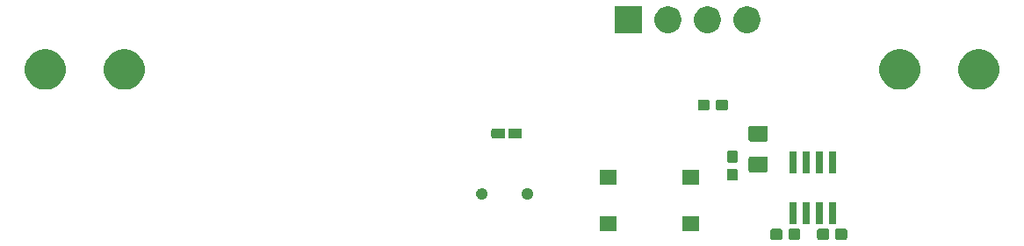
<source format=gbs>
G04 #@! TF.GenerationSoftware,KiCad,Pcbnew,5.1.5+dfsg1-2build2*
G04 #@! TF.CreationDate,2020-09-23T11:02:05-04:00*
G04 #@! TF.ProjectId,Wifi_Geiger,57696669-5f47-4656-9967-65722e6b6963,rev?*
G04 #@! TF.SameCoordinates,Original*
G04 #@! TF.FileFunction,Soldermask,Bot*
G04 #@! TF.FilePolarity,Negative*
%FSLAX46Y46*%
G04 Gerber Fmt 4.6, Leading zero omitted, Abs format (unit mm)*
G04 Created by KiCad (PCBNEW 5.1.5+dfsg1-2build2) date 2020-09-23 11:02:05*
%MOMM*%
%LPD*%
G04 APERTURE LIST*
%ADD10C,0.100000*%
G04 APERTURE END LIST*
D10*
G36*
X184414499Y-131228445D02*
G01*
X184451995Y-131239820D01*
X184486554Y-131258292D01*
X184516847Y-131283153D01*
X184541708Y-131313446D01*
X184560180Y-131348005D01*
X184571555Y-131385501D01*
X184576000Y-131430638D01*
X184576000Y-132069362D01*
X184571555Y-132114499D01*
X184560180Y-132151995D01*
X184541708Y-132186554D01*
X184516847Y-132216847D01*
X184486554Y-132241708D01*
X184451995Y-132260180D01*
X184414499Y-132271555D01*
X184369362Y-132276000D01*
X183630638Y-132276000D01*
X183585501Y-132271555D01*
X183548005Y-132260180D01*
X183513446Y-132241708D01*
X183483153Y-132216847D01*
X183458292Y-132186554D01*
X183439820Y-132151995D01*
X183428445Y-132114499D01*
X183424000Y-132069362D01*
X183424000Y-131430638D01*
X183428445Y-131385501D01*
X183439820Y-131348005D01*
X183458292Y-131313446D01*
X183483153Y-131283153D01*
X183513446Y-131258292D01*
X183548005Y-131239820D01*
X183585501Y-131228445D01*
X183630638Y-131224000D01*
X184369362Y-131224000D01*
X184414499Y-131228445D01*
G37*
G36*
X187164499Y-131228445D02*
G01*
X187201995Y-131239820D01*
X187236554Y-131258292D01*
X187266847Y-131283153D01*
X187291708Y-131313446D01*
X187310180Y-131348005D01*
X187321555Y-131385501D01*
X187326000Y-131430638D01*
X187326000Y-132069362D01*
X187321555Y-132114499D01*
X187310180Y-132151995D01*
X187291708Y-132186554D01*
X187266847Y-132216847D01*
X187236554Y-132241708D01*
X187201995Y-132260180D01*
X187164499Y-132271555D01*
X187119362Y-132276000D01*
X186380638Y-132276000D01*
X186335501Y-132271555D01*
X186298005Y-132260180D01*
X186263446Y-132241708D01*
X186233153Y-132216847D01*
X186208292Y-132186554D01*
X186189820Y-132151995D01*
X186178445Y-132114499D01*
X186174000Y-132069362D01*
X186174000Y-131430638D01*
X186178445Y-131385501D01*
X186189820Y-131348005D01*
X186208292Y-131313446D01*
X186233153Y-131283153D01*
X186263446Y-131258292D01*
X186298005Y-131239820D01*
X186335501Y-131228445D01*
X186380638Y-131224000D01*
X187119362Y-131224000D01*
X187164499Y-131228445D01*
G37*
G36*
X188914499Y-131228445D02*
G01*
X188951995Y-131239820D01*
X188986554Y-131258292D01*
X189016847Y-131283153D01*
X189041708Y-131313446D01*
X189060180Y-131348005D01*
X189071555Y-131385501D01*
X189076000Y-131430638D01*
X189076000Y-132069362D01*
X189071555Y-132114499D01*
X189060180Y-132151995D01*
X189041708Y-132186554D01*
X189016847Y-132216847D01*
X188986554Y-132241708D01*
X188951995Y-132260180D01*
X188914499Y-132271555D01*
X188869362Y-132276000D01*
X188130638Y-132276000D01*
X188085501Y-132271555D01*
X188048005Y-132260180D01*
X188013446Y-132241708D01*
X187983153Y-132216847D01*
X187958292Y-132186554D01*
X187939820Y-132151995D01*
X187928445Y-132114499D01*
X187924000Y-132069362D01*
X187924000Y-131430638D01*
X187928445Y-131385501D01*
X187939820Y-131348005D01*
X187958292Y-131313446D01*
X187983153Y-131283153D01*
X188013446Y-131258292D01*
X188048005Y-131239820D01*
X188085501Y-131228445D01*
X188130638Y-131224000D01*
X188869362Y-131224000D01*
X188914499Y-131228445D01*
G37*
G36*
X182664499Y-131228445D02*
G01*
X182701995Y-131239820D01*
X182736554Y-131258292D01*
X182766847Y-131283153D01*
X182791708Y-131313446D01*
X182810180Y-131348005D01*
X182821555Y-131385501D01*
X182826000Y-131430638D01*
X182826000Y-132069362D01*
X182821555Y-132114499D01*
X182810180Y-132151995D01*
X182791708Y-132186554D01*
X182766847Y-132216847D01*
X182736554Y-132241708D01*
X182701995Y-132260180D01*
X182664499Y-132271555D01*
X182619362Y-132276000D01*
X181880638Y-132276000D01*
X181835501Y-132271555D01*
X181798005Y-132260180D01*
X181763446Y-132241708D01*
X181733153Y-132216847D01*
X181708292Y-132186554D01*
X181689820Y-132151995D01*
X181678445Y-132114499D01*
X181674000Y-132069362D01*
X181674000Y-131430638D01*
X181678445Y-131385501D01*
X181689820Y-131348005D01*
X181708292Y-131313446D01*
X181733153Y-131283153D01*
X181763446Y-131258292D01*
X181798005Y-131239820D01*
X181835501Y-131228445D01*
X181880638Y-131224000D01*
X182619362Y-131224000D01*
X182664499Y-131228445D01*
G37*
G36*
X166851000Y-131451000D02*
G01*
X165199000Y-131451000D01*
X165199000Y-130049000D01*
X166851000Y-130049000D01*
X166851000Y-131451000D01*
G37*
G36*
X174801000Y-131451000D02*
G01*
X173149000Y-131451000D01*
X173149000Y-130049000D01*
X174801000Y-130049000D01*
X174801000Y-131451000D01*
G37*
G36*
X186736000Y-130751000D02*
G01*
X186034000Y-130751000D01*
X186034000Y-128649000D01*
X186736000Y-128649000D01*
X186736000Y-130751000D01*
G37*
G36*
X188006000Y-130751000D02*
G01*
X187304000Y-130751000D01*
X187304000Y-128649000D01*
X188006000Y-128649000D01*
X188006000Y-130751000D01*
G37*
G36*
X185466000Y-130751000D02*
G01*
X184764000Y-130751000D01*
X184764000Y-128649000D01*
X185466000Y-128649000D01*
X185466000Y-130751000D01*
G37*
G36*
X184196000Y-130751000D02*
G01*
X183494000Y-130751000D01*
X183494000Y-128649000D01*
X184196000Y-128649000D01*
X184196000Y-130751000D01*
G37*
G36*
X158410721Y-127310174D02*
G01*
X158510995Y-127351709D01*
X158510996Y-127351710D01*
X158601242Y-127412010D01*
X158677990Y-127488758D01*
X158677991Y-127488760D01*
X158738291Y-127579005D01*
X158779826Y-127679279D01*
X158801000Y-127785730D01*
X158801000Y-127894270D01*
X158779826Y-128000721D01*
X158738291Y-128100995D01*
X158738290Y-128100996D01*
X158677990Y-128191242D01*
X158601242Y-128267990D01*
X158555812Y-128298345D01*
X158510995Y-128328291D01*
X158410721Y-128369826D01*
X158304270Y-128391000D01*
X158195730Y-128391000D01*
X158089279Y-128369826D01*
X157989005Y-128328291D01*
X157944188Y-128298345D01*
X157898758Y-128267990D01*
X157822010Y-128191242D01*
X157761710Y-128100996D01*
X157761709Y-128100995D01*
X157720174Y-128000721D01*
X157699000Y-127894270D01*
X157699000Y-127785730D01*
X157720174Y-127679279D01*
X157761709Y-127579005D01*
X157822009Y-127488760D01*
X157822010Y-127488758D01*
X157898758Y-127412010D01*
X157989004Y-127351710D01*
X157989005Y-127351709D01*
X158089279Y-127310174D01*
X158195730Y-127289000D01*
X158304270Y-127289000D01*
X158410721Y-127310174D01*
G37*
G36*
X154010721Y-127310174D02*
G01*
X154110995Y-127351709D01*
X154110996Y-127351710D01*
X154201242Y-127412010D01*
X154277990Y-127488758D01*
X154277991Y-127488760D01*
X154338291Y-127579005D01*
X154379826Y-127679279D01*
X154401000Y-127785730D01*
X154401000Y-127894270D01*
X154379826Y-128000721D01*
X154338291Y-128100995D01*
X154338290Y-128100996D01*
X154277990Y-128191242D01*
X154201242Y-128267990D01*
X154155812Y-128298345D01*
X154110995Y-128328291D01*
X154010721Y-128369826D01*
X153904270Y-128391000D01*
X153795730Y-128391000D01*
X153689279Y-128369826D01*
X153589005Y-128328291D01*
X153544188Y-128298345D01*
X153498758Y-128267990D01*
X153422010Y-128191242D01*
X153361710Y-128100996D01*
X153361709Y-128100995D01*
X153320174Y-128000721D01*
X153299000Y-127894270D01*
X153299000Y-127785730D01*
X153320174Y-127679279D01*
X153361709Y-127579005D01*
X153422009Y-127488760D01*
X153422010Y-127488758D01*
X153498758Y-127412010D01*
X153589004Y-127351710D01*
X153589005Y-127351709D01*
X153689279Y-127310174D01*
X153795730Y-127289000D01*
X153904270Y-127289000D01*
X154010721Y-127310174D01*
G37*
G36*
X174801000Y-126951000D02*
G01*
X173149000Y-126951000D01*
X173149000Y-125549000D01*
X174801000Y-125549000D01*
X174801000Y-126951000D01*
G37*
G36*
X166851000Y-126951000D02*
G01*
X165199000Y-126951000D01*
X165199000Y-125549000D01*
X166851000Y-125549000D01*
X166851000Y-126951000D01*
G37*
G36*
X178364499Y-125428445D02*
G01*
X178401995Y-125439820D01*
X178436554Y-125458292D01*
X178466847Y-125483153D01*
X178491708Y-125513446D01*
X178510180Y-125548005D01*
X178521555Y-125585501D01*
X178526000Y-125630638D01*
X178526000Y-126369362D01*
X178521555Y-126414499D01*
X178510180Y-126451995D01*
X178491708Y-126486554D01*
X178466847Y-126516847D01*
X178436554Y-126541708D01*
X178401995Y-126560180D01*
X178364499Y-126571555D01*
X178319362Y-126576000D01*
X177680638Y-126576000D01*
X177635501Y-126571555D01*
X177598005Y-126560180D01*
X177563446Y-126541708D01*
X177533153Y-126516847D01*
X177508292Y-126486554D01*
X177489820Y-126451995D01*
X177478445Y-126414499D01*
X177474000Y-126369362D01*
X177474000Y-125630638D01*
X177478445Y-125585501D01*
X177489820Y-125548005D01*
X177508292Y-125513446D01*
X177533153Y-125483153D01*
X177563446Y-125458292D01*
X177598005Y-125439820D01*
X177635501Y-125428445D01*
X177680638Y-125424000D01*
X178319362Y-125424000D01*
X178364499Y-125428445D01*
G37*
G36*
X188006000Y-125851000D02*
G01*
X187304000Y-125851000D01*
X187304000Y-123749000D01*
X188006000Y-123749000D01*
X188006000Y-125851000D01*
G37*
G36*
X186736000Y-125851000D02*
G01*
X186034000Y-125851000D01*
X186034000Y-123749000D01*
X186736000Y-123749000D01*
X186736000Y-125851000D01*
G37*
G36*
X185466000Y-125851000D02*
G01*
X184764000Y-125851000D01*
X184764000Y-123749000D01*
X185466000Y-123749000D01*
X185466000Y-125851000D01*
G37*
G36*
X184196000Y-125851000D02*
G01*
X183494000Y-125851000D01*
X183494000Y-123749000D01*
X184196000Y-123749000D01*
X184196000Y-125851000D01*
G37*
G36*
X181275562Y-124240681D02*
G01*
X181310481Y-124251274D01*
X181342663Y-124268476D01*
X181370873Y-124291627D01*
X181394024Y-124319837D01*
X181411226Y-124352019D01*
X181421819Y-124386938D01*
X181426000Y-124429395D01*
X181426000Y-125570605D01*
X181421819Y-125613062D01*
X181411226Y-125647981D01*
X181394024Y-125680163D01*
X181370873Y-125708373D01*
X181342663Y-125731524D01*
X181310481Y-125748726D01*
X181275562Y-125759319D01*
X181233105Y-125763500D01*
X179766895Y-125763500D01*
X179724438Y-125759319D01*
X179689519Y-125748726D01*
X179657337Y-125731524D01*
X179629127Y-125708373D01*
X179605976Y-125680163D01*
X179588774Y-125647981D01*
X179578181Y-125613062D01*
X179574000Y-125570605D01*
X179574000Y-124429395D01*
X179578181Y-124386938D01*
X179588774Y-124352019D01*
X179605976Y-124319837D01*
X179629127Y-124291627D01*
X179657337Y-124268476D01*
X179689519Y-124251274D01*
X179724438Y-124240681D01*
X179766895Y-124236500D01*
X181233105Y-124236500D01*
X181275562Y-124240681D01*
G37*
G36*
X178364499Y-123678445D02*
G01*
X178401995Y-123689820D01*
X178436554Y-123708292D01*
X178466847Y-123733153D01*
X178491708Y-123763446D01*
X178510180Y-123798005D01*
X178521555Y-123835501D01*
X178526000Y-123880638D01*
X178526000Y-124619362D01*
X178521555Y-124664499D01*
X178510180Y-124701995D01*
X178491708Y-124736554D01*
X178466847Y-124766847D01*
X178436554Y-124791708D01*
X178401995Y-124810180D01*
X178364499Y-124821555D01*
X178319362Y-124826000D01*
X177680638Y-124826000D01*
X177635501Y-124821555D01*
X177598005Y-124810180D01*
X177563446Y-124791708D01*
X177533153Y-124766847D01*
X177508292Y-124736554D01*
X177489820Y-124701995D01*
X177478445Y-124664499D01*
X177474000Y-124619362D01*
X177474000Y-123880638D01*
X177478445Y-123835501D01*
X177489820Y-123798005D01*
X177508292Y-123763446D01*
X177533153Y-123733153D01*
X177563446Y-123708292D01*
X177598005Y-123689820D01*
X177635501Y-123678445D01*
X177680638Y-123674000D01*
X178319362Y-123674000D01*
X178364499Y-123678445D01*
G37*
G36*
X181275562Y-121265681D02*
G01*
X181310481Y-121276274D01*
X181342663Y-121293476D01*
X181370873Y-121316627D01*
X181394024Y-121344837D01*
X181411226Y-121377019D01*
X181421819Y-121411938D01*
X181426000Y-121454395D01*
X181426000Y-122595605D01*
X181421819Y-122638062D01*
X181411226Y-122672981D01*
X181394024Y-122705163D01*
X181370873Y-122733373D01*
X181342663Y-122756524D01*
X181310481Y-122773726D01*
X181275562Y-122784319D01*
X181233105Y-122788500D01*
X179766895Y-122788500D01*
X179724438Y-122784319D01*
X179689519Y-122773726D01*
X179657337Y-122756524D01*
X179629127Y-122733373D01*
X179605976Y-122705163D01*
X179588774Y-122672981D01*
X179578181Y-122638062D01*
X179574000Y-122595605D01*
X179574000Y-121454395D01*
X179578181Y-121411938D01*
X179588774Y-121377019D01*
X179605976Y-121344837D01*
X179629127Y-121316627D01*
X179657337Y-121293476D01*
X179689519Y-121276274D01*
X179724438Y-121265681D01*
X179766895Y-121261500D01*
X181233105Y-121261500D01*
X181275562Y-121265681D01*
G37*
G36*
X155959618Y-121527965D02*
G01*
X155992433Y-121537919D01*
X156022665Y-121554079D01*
X156049170Y-121575830D01*
X156070921Y-121602335D01*
X156087081Y-121632567D01*
X156097035Y-121665382D01*
X156101000Y-121705640D01*
X156101000Y-122294360D01*
X156097035Y-122334618D01*
X156087081Y-122367433D01*
X156070921Y-122397665D01*
X156049170Y-122424170D01*
X156022665Y-122445921D01*
X155992433Y-122462081D01*
X155959618Y-122472035D01*
X155919360Y-122476000D01*
X154955640Y-122476000D01*
X154915382Y-122472035D01*
X154882567Y-122462081D01*
X154852335Y-122445921D01*
X154825830Y-122424170D01*
X154804079Y-122397665D01*
X154787919Y-122367433D01*
X154777965Y-122334618D01*
X154774000Y-122294360D01*
X154774000Y-121705640D01*
X154777965Y-121665382D01*
X154787919Y-121632567D01*
X154804079Y-121602335D01*
X154825830Y-121575830D01*
X154852335Y-121554079D01*
X154882567Y-121537919D01*
X154915382Y-121527965D01*
X154955640Y-121524000D01*
X155919360Y-121524000D01*
X155959618Y-121527965D01*
G37*
G36*
X157584618Y-121527965D02*
G01*
X157617433Y-121537919D01*
X157647665Y-121554079D01*
X157674170Y-121575830D01*
X157695921Y-121602335D01*
X157712081Y-121632567D01*
X157722035Y-121665382D01*
X157726000Y-121705640D01*
X157726000Y-122294360D01*
X157722035Y-122334618D01*
X157712081Y-122367433D01*
X157695921Y-122397665D01*
X157674170Y-122424170D01*
X157647665Y-122445921D01*
X157617433Y-122462081D01*
X157584618Y-122472035D01*
X157544360Y-122476000D01*
X156580640Y-122476000D01*
X156540382Y-122472035D01*
X156507567Y-122462081D01*
X156477335Y-122445921D01*
X156450830Y-122424170D01*
X156429079Y-122397665D01*
X156412919Y-122367433D01*
X156402965Y-122334618D01*
X156399000Y-122294360D01*
X156399000Y-121705640D01*
X156402965Y-121665382D01*
X156412919Y-121632567D01*
X156429079Y-121602335D01*
X156450830Y-121575830D01*
X156477335Y-121554079D01*
X156507567Y-121537919D01*
X156540382Y-121527965D01*
X156580640Y-121524000D01*
X157544360Y-121524000D01*
X157584618Y-121527965D01*
G37*
G36*
X175664499Y-118728445D02*
G01*
X175701995Y-118739820D01*
X175736554Y-118758292D01*
X175766847Y-118783153D01*
X175791708Y-118813446D01*
X175810180Y-118848005D01*
X175821555Y-118885501D01*
X175826000Y-118930638D01*
X175826000Y-119569362D01*
X175821555Y-119614499D01*
X175810180Y-119651995D01*
X175791708Y-119686554D01*
X175766847Y-119716847D01*
X175736554Y-119741708D01*
X175701995Y-119760180D01*
X175664499Y-119771555D01*
X175619362Y-119776000D01*
X174880638Y-119776000D01*
X174835501Y-119771555D01*
X174798005Y-119760180D01*
X174763446Y-119741708D01*
X174733153Y-119716847D01*
X174708292Y-119686554D01*
X174689820Y-119651995D01*
X174678445Y-119614499D01*
X174674000Y-119569362D01*
X174674000Y-118930638D01*
X174678445Y-118885501D01*
X174689820Y-118848005D01*
X174708292Y-118813446D01*
X174733153Y-118783153D01*
X174763446Y-118758292D01*
X174798005Y-118739820D01*
X174835501Y-118728445D01*
X174880638Y-118724000D01*
X175619362Y-118724000D01*
X175664499Y-118728445D01*
G37*
G36*
X177414499Y-118728445D02*
G01*
X177451995Y-118739820D01*
X177486554Y-118758292D01*
X177516847Y-118783153D01*
X177541708Y-118813446D01*
X177560180Y-118848005D01*
X177571555Y-118885501D01*
X177576000Y-118930638D01*
X177576000Y-119569362D01*
X177571555Y-119614499D01*
X177560180Y-119651995D01*
X177541708Y-119686554D01*
X177516847Y-119716847D01*
X177486554Y-119741708D01*
X177451995Y-119760180D01*
X177414499Y-119771555D01*
X177369362Y-119776000D01*
X176630638Y-119776000D01*
X176585501Y-119771555D01*
X176548005Y-119760180D01*
X176513446Y-119741708D01*
X176483153Y-119716847D01*
X176458292Y-119686554D01*
X176439820Y-119651995D01*
X176428445Y-119614499D01*
X176424000Y-119569362D01*
X176424000Y-118930638D01*
X176428445Y-118885501D01*
X176439820Y-118848005D01*
X176458292Y-118813446D01*
X176483153Y-118783153D01*
X176513446Y-118758292D01*
X176548005Y-118739820D01*
X176585501Y-118728445D01*
X176630638Y-118724000D01*
X177369362Y-118724000D01*
X177414499Y-118728445D01*
G37*
G36*
X112204579Y-113918112D02*
G01*
X112330544Y-113943168D01*
X112477991Y-114004243D01*
X112686512Y-114090615D01*
X112686513Y-114090616D01*
X113006877Y-114304676D01*
X113279324Y-114577123D01*
X113422355Y-114791184D01*
X113493385Y-114897488D01*
X113640832Y-115253457D01*
X113716000Y-115631349D01*
X113716000Y-116016651D01*
X113640832Y-116394543D01*
X113493385Y-116750512D01*
X113493384Y-116750513D01*
X113279324Y-117070877D01*
X113006877Y-117343324D01*
X112792816Y-117486355D01*
X112686512Y-117557385D01*
X112477991Y-117643757D01*
X112330544Y-117704832D01*
X112204579Y-117729888D01*
X111952651Y-117780000D01*
X111567349Y-117780000D01*
X111315421Y-117729888D01*
X111189456Y-117704832D01*
X111042009Y-117643757D01*
X110833488Y-117557385D01*
X110727184Y-117486355D01*
X110513123Y-117343324D01*
X110240676Y-117070877D01*
X110026616Y-116750513D01*
X110026615Y-116750512D01*
X109879168Y-116394543D01*
X109804000Y-116016651D01*
X109804000Y-115631349D01*
X109879168Y-115253457D01*
X110026615Y-114897488D01*
X110097645Y-114791184D01*
X110240676Y-114577123D01*
X110513123Y-114304676D01*
X110833487Y-114090616D01*
X110833488Y-114090615D01*
X111042009Y-114004243D01*
X111189456Y-113943168D01*
X111315421Y-113918112D01*
X111567349Y-113868000D01*
X111952651Y-113868000D01*
X112204579Y-113918112D01*
G37*
G36*
X119824579Y-113918112D02*
G01*
X119950544Y-113943168D01*
X120097991Y-114004243D01*
X120306512Y-114090615D01*
X120306513Y-114090616D01*
X120626877Y-114304676D01*
X120899324Y-114577123D01*
X121042355Y-114791184D01*
X121113385Y-114897488D01*
X121260832Y-115253457D01*
X121336000Y-115631349D01*
X121336000Y-116016651D01*
X121260832Y-116394543D01*
X121113385Y-116750512D01*
X121113384Y-116750513D01*
X120899324Y-117070877D01*
X120626877Y-117343324D01*
X120412816Y-117486355D01*
X120306512Y-117557385D01*
X120097991Y-117643757D01*
X119950544Y-117704832D01*
X119824579Y-117729888D01*
X119572651Y-117780000D01*
X119187349Y-117780000D01*
X118935421Y-117729888D01*
X118809456Y-117704832D01*
X118662009Y-117643757D01*
X118453488Y-117557385D01*
X118347184Y-117486355D01*
X118133123Y-117343324D01*
X117860676Y-117070877D01*
X117646616Y-116750513D01*
X117646615Y-116750512D01*
X117499168Y-116394543D01*
X117424000Y-116016651D01*
X117424000Y-115631349D01*
X117499168Y-115253457D01*
X117646615Y-114897488D01*
X117717645Y-114791184D01*
X117860676Y-114577123D01*
X118133123Y-114304676D01*
X118453487Y-114090616D01*
X118453488Y-114090615D01*
X118662009Y-114004243D01*
X118809456Y-113943168D01*
X118935421Y-113918112D01*
X119187349Y-113868000D01*
X119572651Y-113868000D01*
X119824579Y-113918112D01*
G37*
G36*
X202204579Y-113918112D02*
G01*
X202330544Y-113943168D01*
X202477991Y-114004243D01*
X202686512Y-114090615D01*
X202686513Y-114090616D01*
X203006877Y-114304676D01*
X203279324Y-114577123D01*
X203422355Y-114791184D01*
X203493385Y-114897488D01*
X203640832Y-115253457D01*
X203716000Y-115631349D01*
X203716000Y-116016651D01*
X203640832Y-116394543D01*
X203493385Y-116750512D01*
X203493384Y-116750513D01*
X203279324Y-117070877D01*
X203006877Y-117343324D01*
X202792816Y-117486355D01*
X202686512Y-117557385D01*
X202477991Y-117643757D01*
X202330544Y-117704832D01*
X202204579Y-117729888D01*
X201952651Y-117780000D01*
X201567349Y-117780000D01*
X201315421Y-117729888D01*
X201189456Y-117704832D01*
X201042009Y-117643757D01*
X200833488Y-117557385D01*
X200727184Y-117486355D01*
X200513123Y-117343324D01*
X200240676Y-117070877D01*
X200026616Y-116750513D01*
X200026615Y-116750512D01*
X199879168Y-116394543D01*
X199804000Y-116016651D01*
X199804000Y-115631349D01*
X199879168Y-115253457D01*
X200026615Y-114897488D01*
X200097645Y-114791184D01*
X200240676Y-114577123D01*
X200513123Y-114304676D01*
X200833487Y-114090616D01*
X200833488Y-114090615D01*
X201042009Y-114004243D01*
X201189456Y-113943168D01*
X201315421Y-113918112D01*
X201567349Y-113868000D01*
X201952651Y-113868000D01*
X202204579Y-113918112D01*
G37*
G36*
X194584579Y-113918112D02*
G01*
X194710544Y-113943168D01*
X194857991Y-114004243D01*
X195066512Y-114090615D01*
X195066513Y-114090616D01*
X195386877Y-114304676D01*
X195659324Y-114577123D01*
X195802355Y-114791184D01*
X195873385Y-114897488D01*
X196020832Y-115253457D01*
X196096000Y-115631349D01*
X196096000Y-116016651D01*
X196020832Y-116394543D01*
X195873385Y-116750512D01*
X195873384Y-116750513D01*
X195659324Y-117070877D01*
X195386877Y-117343324D01*
X195172816Y-117486355D01*
X195066512Y-117557385D01*
X194857991Y-117643757D01*
X194710544Y-117704832D01*
X194584579Y-117729888D01*
X194332651Y-117780000D01*
X193947349Y-117780000D01*
X193695421Y-117729888D01*
X193569456Y-117704832D01*
X193422009Y-117643757D01*
X193213488Y-117557385D01*
X193107184Y-117486355D01*
X192893123Y-117343324D01*
X192620676Y-117070877D01*
X192406616Y-116750513D01*
X192406615Y-116750512D01*
X192259168Y-116394543D01*
X192184000Y-116016651D01*
X192184000Y-115631349D01*
X192259168Y-115253457D01*
X192406615Y-114897488D01*
X192477645Y-114791184D01*
X192620676Y-114577123D01*
X192893123Y-114304676D01*
X193213487Y-114090616D01*
X193213488Y-114090615D01*
X193422009Y-114004243D01*
X193569456Y-113943168D01*
X193695421Y-113918112D01*
X193947349Y-113868000D01*
X194332651Y-113868000D01*
X194584579Y-113918112D01*
G37*
G36*
X179809393Y-109749304D02*
G01*
X180046101Y-109847352D01*
X180046103Y-109847353D01*
X180259135Y-109989696D01*
X180440304Y-110170865D01*
X180582647Y-110383897D01*
X180582648Y-110383899D01*
X180680696Y-110620607D01*
X180730680Y-110871893D01*
X180730680Y-111128107D01*
X180680696Y-111379393D01*
X180582648Y-111616101D01*
X180582647Y-111616103D01*
X180440304Y-111829135D01*
X180259135Y-112010304D01*
X180046103Y-112152647D01*
X180046102Y-112152648D01*
X180046101Y-112152648D01*
X179809393Y-112250696D01*
X179558107Y-112300680D01*
X179301893Y-112300680D01*
X179050607Y-112250696D01*
X178813899Y-112152648D01*
X178813898Y-112152648D01*
X178813897Y-112152647D01*
X178600865Y-112010304D01*
X178419696Y-111829135D01*
X178277353Y-111616103D01*
X178277352Y-111616101D01*
X178179304Y-111379393D01*
X178129320Y-111128107D01*
X178129320Y-110871893D01*
X178179304Y-110620607D01*
X178277352Y-110383899D01*
X178277353Y-110383897D01*
X178419696Y-110170865D01*
X178600865Y-109989696D01*
X178813897Y-109847353D01*
X178813899Y-109847352D01*
X179050607Y-109749304D01*
X179301893Y-109699320D01*
X179558107Y-109699320D01*
X179809393Y-109749304D01*
G37*
G36*
X175999393Y-109749304D02*
G01*
X176236101Y-109847352D01*
X176236103Y-109847353D01*
X176449135Y-109989696D01*
X176630304Y-110170865D01*
X176772647Y-110383897D01*
X176772648Y-110383899D01*
X176870696Y-110620607D01*
X176920680Y-110871893D01*
X176920680Y-111128107D01*
X176870696Y-111379393D01*
X176772648Y-111616101D01*
X176772647Y-111616103D01*
X176630304Y-111829135D01*
X176449135Y-112010304D01*
X176236103Y-112152647D01*
X176236102Y-112152648D01*
X176236101Y-112152648D01*
X175999393Y-112250696D01*
X175748107Y-112300680D01*
X175491893Y-112300680D01*
X175240607Y-112250696D01*
X175003899Y-112152648D01*
X175003898Y-112152648D01*
X175003897Y-112152647D01*
X174790865Y-112010304D01*
X174609696Y-111829135D01*
X174467353Y-111616103D01*
X174467352Y-111616101D01*
X174369304Y-111379393D01*
X174319320Y-111128107D01*
X174319320Y-110871893D01*
X174369304Y-110620607D01*
X174467352Y-110383899D01*
X174467353Y-110383897D01*
X174609696Y-110170865D01*
X174790865Y-109989696D01*
X175003897Y-109847353D01*
X175003899Y-109847352D01*
X175240607Y-109749304D01*
X175491893Y-109699320D01*
X175748107Y-109699320D01*
X175999393Y-109749304D01*
G37*
G36*
X172189393Y-109749304D02*
G01*
X172426101Y-109847352D01*
X172426103Y-109847353D01*
X172639135Y-109989696D01*
X172820304Y-110170865D01*
X172962647Y-110383897D01*
X172962648Y-110383899D01*
X173060696Y-110620607D01*
X173110680Y-110871893D01*
X173110680Y-111128107D01*
X173060696Y-111379393D01*
X172962648Y-111616101D01*
X172962647Y-111616103D01*
X172820304Y-111829135D01*
X172639135Y-112010304D01*
X172426103Y-112152647D01*
X172426102Y-112152648D01*
X172426101Y-112152648D01*
X172189393Y-112250696D01*
X171938107Y-112300680D01*
X171681893Y-112300680D01*
X171430607Y-112250696D01*
X171193899Y-112152648D01*
X171193898Y-112152648D01*
X171193897Y-112152647D01*
X170980865Y-112010304D01*
X170799696Y-111829135D01*
X170657353Y-111616103D01*
X170657352Y-111616101D01*
X170559304Y-111379393D01*
X170509320Y-111128107D01*
X170509320Y-110871893D01*
X170559304Y-110620607D01*
X170657352Y-110383899D01*
X170657353Y-110383897D01*
X170799696Y-110170865D01*
X170980865Y-109989696D01*
X171193897Y-109847353D01*
X171193899Y-109847352D01*
X171430607Y-109749304D01*
X171681893Y-109699320D01*
X171938107Y-109699320D01*
X172189393Y-109749304D01*
G37*
G36*
X169300680Y-112300680D02*
G01*
X166699320Y-112300680D01*
X166699320Y-109699320D01*
X169300680Y-109699320D01*
X169300680Y-112300680D01*
G37*
M02*

</source>
